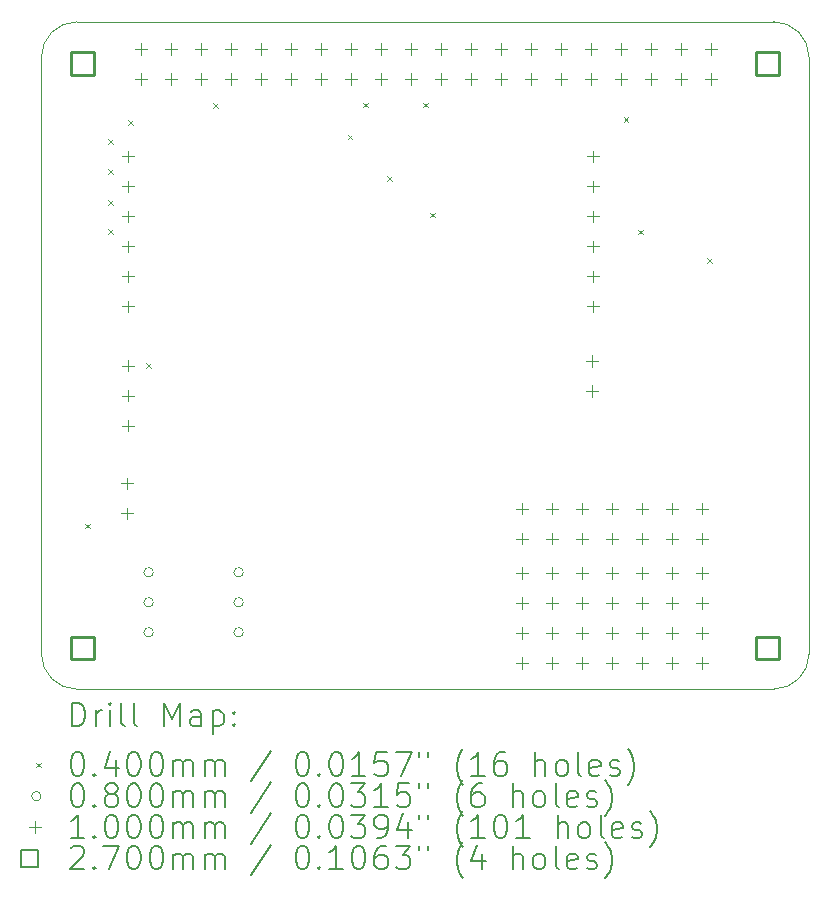
<source format=gbr>
%TF.GenerationSoftware,KiCad,Pcbnew,8.0.1*%
%TF.CreationDate,2025-07-27T10:09:20+02:00*%
%TF.ProjectId,SVXLink_PiHat_v2,5356584c-696e-46b5-9f50-694861745f76,rev?*%
%TF.SameCoordinates,Original*%
%TF.FileFunction,Drillmap*%
%TF.FilePolarity,Positive*%
%FSLAX45Y45*%
G04 Gerber Fmt 4.5, Leading zero omitted, Abs format (unit mm)*
G04 Created by KiCad (PCBNEW 8.0.1) date 2025-07-27 10:09:20*
%MOMM*%
%LPD*%
G01*
G04 APERTURE LIST*
%ADD10C,0.050000*%
%ADD11C,0.200000*%
%ADD12C,0.100000*%
%ADD13C,0.270000*%
G04 APERTURE END LIST*
D10*
X8100000Y-11200000D02*
X13900000Y-11200000D01*
X8100000Y-5550000D02*
X13900000Y-5550000D01*
X13900000Y-5550000D02*
G75*
G02*
X14200000Y-5850000I0J-300000D01*
G01*
X7700000Y-5850000D02*
G75*
G02*
X8000000Y-5550000I300000J0D01*
G01*
X7700000Y-7450000D02*
X7700000Y-5850000D01*
X7700000Y-10900000D02*
X7700000Y-7450000D01*
X14200000Y-10900000D02*
X14200000Y-5850000D01*
X8000000Y-11200000D02*
X8100000Y-11200000D01*
X8000000Y-5550000D02*
X8100000Y-5550000D01*
X8000000Y-11200000D02*
G75*
G02*
X7700000Y-10900000I0J300000D01*
G01*
X14200000Y-10900000D02*
G75*
G02*
X13900000Y-11200000I-300000J0D01*
G01*
D11*
D12*
X8071000Y-9800000D02*
X8111000Y-9840000D01*
X8111000Y-9800000D02*
X8071000Y-9840000D01*
X8265000Y-6545000D02*
X8305000Y-6585000D01*
X8305000Y-6545000D02*
X8265000Y-6585000D01*
X8265000Y-6800000D02*
X8305000Y-6840000D01*
X8305000Y-6800000D02*
X8265000Y-6840000D01*
X8265000Y-7060000D02*
X8305000Y-7100000D01*
X8305000Y-7060000D02*
X8265000Y-7100000D01*
X8265000Y-7305000D02*
X8305000Y-7345000D01*
X8305000Y-7305000D02*
X8265000Y-7345000D01*
X8433000Y-6383000D02*
X8473000Y-6423000D01*
X8473000Y-6383000D02*
X8433000Y-6423000D01*
X8585000Y-8440000D02*
X8625000Y-8480000D01*
X8625000Y-8440000D02*
X8585000Y-8480000D01*
X9156000Y-6236000D02*
X9196000Y-6276000D01*
X9196000Y-6236000D02*
X9156000Y-6276000D01*
X10294000Y-6505000D02*
X10334000Y-6545000D01*
X10334000Y-6505000D02*
X10294000Y-6545000D01*
X10425000Y-6235000D02*
X10465000Y-6275000D01*
X10465000Y-6235000D02*
X10425000Y-6275000D01*
X10630000Y-6855000D02*
X10670000Y-6895000D01*
X10670000Y-6855000D02*
X10630000Y-6895000D01*
X10930000Y-6235000D02*
X10970000Y-6275000D01*
X10970000Y-6235000D02*
X10930000Y-6275000D01*
X10990000Y-7165000D02*
X11030000Y-7205000D01*
X11030000Y-7165000D02*
X10990000Y-7205000D01*
X12630000Y-6355000D02*
X12670000Y-6395000D01*
X12670000Y-6355000D02*
X12630000Y-6395000D01*
X12755000Y-7310000D02*
X12795000Y-7350000D01*
X12795000Y-7310000D02*
X12755000Y-7350000D01*
X13335000Y-7550000D02*
X13375000Y-7590000D01*
X13375000Y-7550000D02*
X13335000Y-7590000D01*
X8648000Y-10211000D02*
G75*
G02*
X8568000Y-10211000I-40000J0D01*
G01*
X8568000Y-10211000D02*
G75*
G02*
X8648000Y-10211000I40000J0D01*
G01*
X8648000Y-10465000D02*
G75*
G02*
X8568000Y-10465000I-40000J0D01*
G01*
X8568000Y-10465000D02*
G75*
G02*
X8648000Y-10465000I40000J0D01*
G01*
X8648000Y-10719000D02*
G75*
G02*
X8568000Y-10719000I-40000J0D01*
G01*
X8568000Y-10719000D02*
G75*
G02*
X8648000Y-10719000I40000J0D01*
G01*
X9410000Y-10211000D02*
G75*
G02*
X9330000Y-10211000I-40000J0D01*
G01*
X9330000Y-10211000D02*
G75*
G02*
X9410000Y-10211000I40000J0D01*
G01*
X9410000Y-10465000D02*
G75*
G02*
X9330000Y-10465000I-40000J0D01*
G01*
X9330000Y-10465000D02*
G75*
G02*
X9410000Y-10465000I40000J0D01*
G01*
X9410000Y-10719000D02*
G75*
G02*
X9330000Y-10719000I-40000J0D01*
G01*
X9330000Y-10719000D02*
G75*
G02*
X9410000Y-10719000I40000J0D01*
G01*
X8427000Y-9409000D02*
X8427000Y-9509000D01*
X8377000Y-9459000D02*
X8477000Y-9459000D01*
X8427000Y-9663000D02*
X8427000Y-9763000D01*
X8377000Y-9713000D02*
X8477000Y-9713000D01*
X8430000Y-6640000D02*
X8430000Y-6740000D01*
X8380000Y-6690000D02*
X8480000Y-6690000D01*
X8430000Y-6894000D02*
X8430000Y-6994000D01*
X8380000Y-6944000D02*
X8480000Y-6944000D01*
X8430000Y-7148000D02*
X8430000Y-7248000D01*
X8380000Y-7198000D02*
X8480000Y-7198000D01*
X8430000Y-7402000D02*
X8430000Y-7502000D01*
X8380000Y-7452000D02*
X8480000Y-7452000D01*
X8430000Y-7656000D02*
X8430000Y-7756000D01*
X8380000Y-7706000D02*
X8480000Y-7706000D01*
X8430000Y-7910000D02*
X8430000Y-8010000D01*
X8380000Y-7960000D02*
X8480000Y-7960000D01*
X8430000Y-8410000D02*
X8430000Y-8510000D01*
X8380000Y-8460000D02*
X8480000Y-8460000D01*
X8430000Y-8664000D02*
X8430000Y-8764000D01*
X8380000Y-8714000D02*
X8480000Y-8714000D01*
X8430000Y-8918000D02*
X8430000Y-9018000D01*
X8380000Y-8968000D02*
X8480000Y-8968000D01*
X8540000Y-5731000D02*
X8540000Y-5831000D01*
X8490000Y-5781000D02*
X8590000Y-5781000D01*
X8540000Y-5985000D02*
X8540000Y-6085000D01*
X8490000Y-6035000D02*
X8590000Y-6035000D01*
X8794000Y-5731000D02*
X8794000Y-5831000D01*
X8744000Y-5781000D02*
X8844000Y-5781000D01*
X8794000Y-5985000D02*
X8794000Y-6085000D01*
X8744000Y-6035000D02*
X8844000Y-6035000D01*
X9048000Y-5731000D02*
X9048000Y-5831000D01*
X8998000Y-5781000D02*
X9098000Y-5781000D01*
X9048000Y-5985000D02*
X9048000Y-6085000D01*
X8998000Y-6035000D02*
X9098000Y-6035000D01*
X9302000Y-5731000D02*
X9302000Y-5831000D01*
X9252000Y-5781000D02*
X9352000Y-5781000D01*
X9302000Y-5985000D02*
X9302000Y-6085000D01*
X9252000Y-6035000D02*
X9352000Y-6035000D01*
X9556000Y-5731000D02*
X9556000Y-5831000D01*
X9506000Y-5781000D02*
X9606000Y-5781000D01*
X9556000Y-5985000D02*
X9556000Y-6085000D01*
X9506000Y-6035000D02*
X9606000Y-6035000D01*
X9810000Y-5731000D02*
X9810000Y-5831000D01*
X9760000Y-5781000D02*
X9860000Y-5781000D01*
X9810000Y-5985000D02*
X9810000Y-6085000D01*
X9760000Y-6035000D02*
X9860000Y-6035000D01*
X10064000Y-5731000D02*
X10064000Y-5831000D01*
X10014000Y-5781000D02*
X10114000Y-5781000D01*
X10064000Y-5985000D02*
X10064000Y-6085000D01*
X10014000Y-6035000D02*
X10114000Y-6035000D01*
X10318000Y-5731000D02*
X10318000Y-5831000D01*
X10268000Y-5781000D02*
X10368000Y-5781000D01*
X10318000Y-5985000D02*
X10318000Y-6085000D01*
X10268000Y-6035000D02*
X10368000Y-6035000D01*
X10572000Y-5731000D02*
X10572000Y-5831000D01*
X10522000Y-5781000D02*
X10622000Y-5781000D01*
X10572000Y-5985000D02*
X10572000Y-6085000D01*
X10522000Y-6035000D02*
X10622000Y-6035000D01*
X10826000Y-5731000D02*
X10826000Y-5831000D01*
X10776000Y-5781000D02*
X10876000Y-5781000D01*
X10826000Y-5985000D02*
X10826000Y-6085000D01*
X10776000Y-6035000D02*
X10876000Y-6035000D01*
X11080000Y-5731000D02*
X11080000Y-5831000D01*
X11030000Y-5781000D02*
X11130000Y-5781000D01*
X11080000Y-5985000D02*
X11080000Y-6085000D01*
X11030000Y-6035000D02*
X11130000Y-6035000D01*
X11334000Y-5731000D02*
X11334000Y-5831000D01*
X11284000Y-5781000D02*
X11384000Y-5781000D01*
X11334000Y-5985000D02*
X11334000Y-6085000D01*
X11284000Y-6035000D02*
X11384000Y-6035000D01*
X11588000Y-5731000D02*
X11588000Y-5831000D01*
X11538000Y-5781000D02*
X11638000Y-5781000D01*
X11588000Y-5985000D02*
X11588000Y-6085000D01*
X11538000Y-6035000D02*
X11638000Y-6035000D01*
X11766840Y-9621260D02*
X11766840Y-9721260D01*
X11716840Y-9671260D02*
X11816840Y-9671260D01*
X11766840Y-9875260D02*
X11766840Y-9975260D01*
X11716840Y-9925260D02*
X11816840Y-9925260D01*
X11766840Y-10167360D02*
X11766840Y-10267360D01*
X11716840Y-10217360D02*
X11816840Y-10217360D01*
X11766840Y-10421360D02*
X11766840Y-10521360D01*
X11716840Y-10471360D02*
X11816840Y-10471360D01*
X11766840Y-10675360D02*
X11766840Y-10775360D01*
X11716840Y-10725360D02*
X11816840Y-10725360D01*
X11766840Y-10929360D02*
X11766840Y-11029360D01*
X11716840Y-10979360D02*
X11816840Y-10979360D01*
X11842000Y-5731000D02*
X11842000Y-5831000D01*
X11792000Y-5781000D02*
X11892000Y-5781000D01*
X11842000Y-5985000D02*
X11842000Y-6085000D01*
X11792000Y-6035000D02*
X11892000Y-6035000D01*
X12020840Y-9621260D02*
X12020840Y-9721260D01*
X11970840Y-9671260D02*
X12070840Y-9671260D01*
X12020840Y-9875260D02*
X12020840Y-9975260D01*
X11970840Y-9925260D02*
X12070840Y-9925260D01*
X12020840Y-10167360D02*
X12020840Y-10267360D01*
X11970840Y-10217360D02*
X12070840Y-10217360D01*
X12020840Y-10421360D02*
X12020840Y-10521360D01*
X11970840Y-10471360D02*
X12070840Y-10471360D01*
X12020840Y-10675360D02*
X12020840Y-10775360D01*
X11970840Y-10725360D02*
X12070840Y-10725360D01*
X12020840Y-10929360D02*
X12020840Y-11029360D01*
X11970840Y-10979360D02*
X12070840Y-10979360D01*
X12096000Y-5731000D02*
X12096000Y-5831000D01*
X12046000Y-5781000D02*
X12146000Y-5781000D01*
X12096000Y-5985000D02*
X12096000Y-6085000D01*
X12046000Y-6035000D02*
X12146000Y-6035000D01*
X12274840Y-9621260D02*
X12274840Y-9721260D01*
X12224840Y-9671260D02*
X12324840Y-9671260D01*
X12274840Y-9875260D02*
X12274840Y-9975260D01*
X12224840Y-9925260D02*
X12324840Y-9925260D01*
X12274840Y-10167360D02*
X12274840Y-10267360D01*
X12224840Y-10217360D02*
X12324840Y-10217360D01*
X12274840Y-10421360D02*
X12274840Y-10521360D01*
X12224840Y-10471360D02*
X12324840Y-10471360D01*
X12274840Y-10675360D02*
X12274840Y-10775360D01*
X12224840Y-10725360D02*
X12324840Y-10725360D01*
X12274840Y-10929360D02*
X12274840Y-11029360D01*
X12224840Y-10979360D02*
X12324840Y-10979360D01*
X12350000Y-5731000D02*
X12350000Y-5831000D01*
X12300000Y-5781000D02*
X12400000Y-5781000D01*
X12350000Y-5985000D02*
X12350000Y-6085000D01*
X12300000Y-6035000D02*
X12400000Y-6035000D01*
X12365000Y-8371000D02*
X12365000Y-8471000D01*
X12315000Y-8421000D02*
X12415000Y-8421000D01*
X12365000Y-8625000D02*
X12365000Y-8725000D01*
X12315000Y-8675000D02*
X12415000Y-8675000D01*
X12370000Y-6640000D02*
X12370000Y-6740000D01*
X12320000Y-6690000D02*
X12420000Y-6690000D01*
X12370000Y-6894000D02*
X12370000Y-6994000D01*
X12320000Y-6944000D02*
X12420000Y-6944000D01*
X12370000Y-7148000D02*
X12370000Y-7248000D01*
X12320000Y-7198000D02*
X12420000Y-7198000D01*
X12370000Y-7402000D02*
X12370000Y-7502000D01*
X12320000Y-7452000D02*
X12420000Y-7452000D01*
X12370000Y-7656000D02*
X12370000Y-7756000D01*
X12320000Y-7706000D02*
X12420000Y-7706000D01*
X12370000Y-7910000D02*
X12370000Y-8010000D01*
X12320000Y-7960000D02*
X12420000Y-7960000D01*
X12528840Y-9621260D02*
X12528840Y-9721260D01*
X12478840Y-9671260D02*
X12578840Y-9671260D01*
X12528840Y-9875260D02*
X12528840Y-9975260D01*
X12478840Y-9925260D02*
X12578840Y-9925260D01*
X12528840Y-10167360D02*
X12528840Y-10267360D01*
X12478840Y-10217360D02*
X12578840Y-10217360D01*
X12528840Y-10421360D02*
X12528840Y-10521360D01*
X12478840Y-10471360D02*
X12578840Y-10471360D01*
X12528840Y-10675360D02*
X12528840Y-10775360D01*
X12478840Y-10725360D02*
X12578840Y-10725360D01*
X12528840Y-10929360D02*
X12528840Y-11029360D01*
X12478840Y-10979360D02*
X12578840Y-10979360D01*
X12604000Y-5731000D02*
X12604000Y-5831000D01*
X12554000Y-5781000D02*
X12654000Y-5781000D01*
X12604000Y-5985000D02*
X12604000Y-6085000D01*
X12554000Y-6035000D02*
X12654000Y-6035000D01*
X12782840Y-9621260D02*
X12782840Y-9721260D01*
X12732840Y-9671260D02*
X12832840Y-9671260D01*
X12782840Y-9875260D02*
X12782840Y-9975260D01*
X12732840Y-9925260D02*
X12832840Y-9925260D01*
X12782840Y-10167360D02*
X12782840Y-10267360D01*
X12732840Y-10217360D02*
X12832840Y-10217360D01*
X12782840Y-10421360D02*
X12782840Y-10521360D01*
X12732840Y-10471360D02*
X12832840Y-10471360D01*
X12782840Y-10675360D02*
X12782840Y-10775360D01*
X12732840Y-10725360D02*
X12832840Y-10725360D01*
X12782840Y-10929360D02*
X12782840Y-11029360D01*
X12732840Y-10979360D02*
X12832840Y-10979360D01*
X12858000Y-5731000D02*
X12858000Y-5831000D01*
X12808000Y-5781000D02*
X12908000Y-5781000D01*
X12858000Y-5985000D02*
X12858000Y-6085000D01*
X12808000Y-6035000D02*
X12908000Y-6035000D01*
X13036840Y-9621260D02*
X13036840Y-9721260D01*
X12986840Y-9671260D02*
X13086840Y-9671260D01*
X13036840Y-9875260D02*
X13036840Y-9975260D01*
X12986840Y-9925260D02*
X13086840Y-9925260D01*
X13036840Y-10167360D02*
X13036840Y-10267360D01*
X12986840Y-10217360D02*
X13086840Y-10217360D01*
X13036840Y-10421360D02*
X13036840Y-10521360D01*
X12986840Y-10471360D02*
X13086840Y-10471360D01*
X13036840Y-10675360D02*
X13036840Y-10775360D01*
X12986840Y-10725360D02*
X13086840Y-10725360D01*
X13036840Y-10929360D02*
X13036840Y-11029360D01*
X12986840Y-10979360D02*
X13086840Y-10979360D01*
X13112000Y-5731000D02*
X13112000Y-5831000D01*
X13062000Y-5781000D02*
X13162000Y-5781000D01*
X13112000Y-5985000D02*
X13112000Y-6085000D01*
X13062000Y-6035000D02*
X13162000Y-6035000D01*
X13290840Y-9621260D02*
X13290840Y-9721260D01*
X13240840Y-9671260D02*
X13340840Y-9671260D01*
X13290840Y-9875260D02*
X13290840Y-9975260D01*
X13240840Y-9925260D02*
X13340840Y-9925260D01*
X13290840Y-10167360D02*
X13290840Y-10267360D01*
X13240840Y-10217360D02*
X13340840Y-10217360D01*
X13290840Y-10421360D02*
X13290840Y-10521360D01*
X13240840Y-10471360D02*
X13340840Y-10471360D01*
X13290840Y-10675360D02*
X13290840Y-10775360D01*
X13240840Y-10725360D02*
X13340840Y-10725360D01*
X13290840Y-10929360D02*
X13290840Y-11029360D01*
X13240840Y-10979360D02*
X13340840Y-10979360D01*
X13366000Y-5731000D02*
X13366000Y-5831000D01*
X13316000Y-5781000D02*
X13416000Y-5781000D01*
X13366000Y-5985000D02*
X13366000Y-6085000D01*
X13316000Y-6035000D02*
X13416000Y-6035000D01*
D13*
X8145230Y-5996390D02*
X8145230Y-5805470D01*
X7954310Y-5805470D01*
X7954310Y-5996390D01*
X8145230Y-5996390D01*
X8145230Y-10946390D02*
X8145230Y-10755470D01*
X7954310Y-10755470D01*
X7954310Y-10946390D01*
X8145230Y-10946390D01*
X13945230Y-5996390D02*
X13945230Y-5805470D01*
X13754310Y-5805470D01*
X13754310Y-5996390D01*
X13945230Y-5996390D01*
X13945230Y-10946390D02*
X13945230Y-10755470D01*
X13754310Y-10755470D01*
X13754310Y-10946390D01*
X13945230Y-10946390D01*
D11*
X7958277Y-11513984D02*
X7958277Y-11313984D01*
X7958277Y-11313984D02*
X8005896Y-11313984D01*
X8005896Y-11313984D02*
X8034467Y-11323508D01*
X8034467Y-11323508D02*
X8053515Y-11342555D01*
X8053515Y-11342555D02*
X8063039Y-11361603D01*
X8063039Y-11361603D02*
X8072562Y-11399698D01*
X8072562Y-11399698D02*
X8072562Y-11428269D01*
X8072562Y-11428269D02*
X8063039Y-11466365D01*
X8063039Y-11466365D02*
X8053515Y-11485412D01*
X8053515Y-11485412D02*
X8034467Y-11504460D01*
X8034467Y-11504460D02*
X8005896Y-11513984D01*
X8005896Y-11513984D02*
X7958277Y-11513984D01*
X8158277Y-11513984D02*
X8158277Y-11380650D01*
X8158277Y-11418746D02*
X8167801Y-11399698D01*
X8167801Y-11399698D02*
X8177324Y-11390174D01*
X8177324Y-11390174D02*
X8196372Y-11380650D01*
X8196372Y-11380650D02*
X8215420Y-11380650D01*
X8282086Y-11513984D02*
X8282086Y-11380650D01*
X8282086Y-11313984D02*
X8272562Y-11323508D01*
X8272562Y-11323508D02*
X8282086Y-11333031D01*
X8282086Y-11333031D02*
X8291610Y-11323508D01*
X8291610Y-11323508D02*
X8282086Y-11313984D01*
X8282086Y-11313984D02*
X8282086Y-11333031D01*
X8405896Y-11513984D02*
X8386848Y-11504460D01*
X8386848Y-11504460D02*
X8377324Y-11485412D01*
X8377324Y-11485412D02*
X8377324Y-11313984D01*
X8510658Y-11513984D02*
X8491610Y-11504460D01*
X8491610Y-11504460D02*
X8482086Y-11485412D01*
X8482086Y-11485412D02*
X8482086Y-11313984D01*
X8739229Y-11513984D02*
X8739229Y-11313984D01*
X8739229Y-11313984D02*
X8805896Y-11456841D01*
X8805896Y-11456841D02*
X8872563Y-11313984D01*
X8872563Y-11313984D02*
X8872563Y-11513984D01*
X9053515Y-11513984D02*
X9053515Y-11409222D01*
X9053515Y-11409222D02*
X9043991Y-11390174D01*
X9043991Y-11390174D02*
X9024944Y-11380650D01*
X9024944Y-11380650D02*
X8986848Y-11380650D01*
X8986848Y-11380650D02*
X8967801Y-11390174D01*
X9053515Y-11504460D02*
X9034467Y-11513984D01*
X9034467Y-11513984D02*
X8986848Y-11513984D01*
X8986848Y-11513984D02*
X8967801Y-11504460D01*
X8967801Y-11504460D02*
X8958277Y-11485412D01*
X8958277Y-11485412D02*
X8958277Y-11466365D01*
X8958277Y-11466365D02*
X8967801Y-11447317D01*
X8967801Y-11447317D02*
X8986848Y-11437793D01*
X8986848Y-11437793D02*
X9034467Y-11437793D01*
X9034467Y-11437793D02*
X9053515Y-11428269D01*
X9148753Y-11380650D02*
X9148753Y-11580650D01*
X9148753Y-11390174D02*
X9167801Y-11380650D01*
X9167801Y-11380650D02*
X9205896Y-11380650D01*
X9205896Y-11380650D02*
X9224944Y-11390174D01*
X9224944Y-11390174D02*
X9234467Y-11399698D01*
X9234467Y-11399698D02*
X9243991Y-11418746D01*
X9243991Y-11418746D02*
X9243991Y-11475888D01*
X9243991Y-11475888D02*
X9234467Y-11494936D01*
X9234467Y-11494936D02*
X9224944Y-11504460D01*
X9224944Y-11504460D02*
X9205896Y-11513984D01*
X9205896Y-11513984D02*
X9167801Y-11513984D01*
X9167801Y-11513984D02*
X9148753Y-11504460D01*
X9329705Y-11494936D02*
X9339229Y-11504460D01*
X9339229Y-11504460D02*
X9329705Y-11513984D01*
X9329705Y-11513984D02*
X9320182Y-11504460D01*
X9320182Y-11504460D02*
X9329705Y-11494936D01*
X9329705Y-11494936D02*
X9329705Y-11513984D01*
X9329705Y-11390174D02*
X9339229Y-11399698D01*
X9339229Y-11399698D02*
X9329705Y-11409222D01*
X9329705Y-11409222D02*
X9320182Y-11399698D01*
X9320182Y-11399698D02*
X9329705Y-11390174D01*
X9329705Y-11390174D02*
X9329705Y-11409222D01*
D12*
X7657500Y-11822500D02*
X7697500Y-11862500D01*
X7697500Y-11822500D02*
X7657500Y-11862500D01*
D11*
X7996372Y-11733984D02*
X8015420Y-11733984D01*
X8015420Y-11733984D02*
X8034467Y-11743508D01*
X8034467Y-11743508D02*
X8043991Y-11753031D01*
X8043991Y-11753031D02*
X8053515Y-11772079D01*
X8053515Y-11772079D02*
X8063039Y-11810174D01*
X8063039Y-11810174D02*
X8063039Y-11857793D01*
X8063039Y-11857793D02*
X8053515Y-11895888D01*
X8053515Y-11895888D02*
X8043991Y-11914936D01*
X8043991Y-11914936D02*
X8034467Y-11924460D01*
X8034467Y-11924460D02*
X8015420Y-11933984D01*
X8015420Y-11933984D02*
X7996372Y-11933984D01*
X7996372Y-11933984D02*
X7977324Y-11924460D01*
X7977324Y-11924460D02*
X7967801Y-11914936D01*
X7967801Y-11914936D02*
X7958277Y-11895888D01*
X7958277Y-11895888D02*
X7948753Y-11857793D01*
X7948753Y-11857793D02*
X7948753Y-11810174D01*
X7948753Y-11810174D02*
X7958277Y-11772079D01*
X7958277Y-11772079D02*
X7967801Y-11753031D01*
X7967801Y-11753031D02*
X7977324Y-11743508D01*
X7977324Y-11743508D02*
X7996372Y-11733984D01*
X8148753Y-11914936D02*
X8158277Y-11924460D01*
X8158277Y-11924460D02*
X8148753Y-11933984D01*
X8148753Y-11933984D02*
X8139229Y-11924460D01*
X8139229Y-11924460D02*
X8148753Y-11914936D01*
X8148753Y-11914936D02*
X8148753Y-11933984D01*
X8329705Y-11800650D02*
X8329705Y-11933984D01*
X8282086Y-11724460D02*
X8234467Y-11867317D01*
X8234467Y-11867317D02*
X8358277Y-11867317D01*
X8472563Y-11733984D02*
X8491610Y-11733984D01*
X8491610Y-11733984D02*
X8510658Y-11743508D01*
X8510658Y-11743508D02*
X8520182Y-11753031D01*
X8520182Y-11753031D02*
X8529705Y-11772079D01*
X8529705Y-11772079D02*
X8539229Y-11810174D01*
X8539229Y-11810174D02*
X8539229Y-11857793D01*
X8539229Y-11857793D02*
X8529705Y-11895888D01*
X8529705Y-11895888D02*
X8520182Y-11914936D01*
X8520182Y-11914936D02*
X8510658Y-11924460D01*
X8510658Y-11924460D02*
X8491610Y-11933984D01*
X8491610Y-11933984D02*
X8472563Y-11933984D01*
X8472563Y-11933984D02*
X8453515Y-11924460D01*
X8453515Y-11924460D02*
X8443991Y-11914936D01*
X8443991Y-11914936D02*
X8434467Y-11895888D01*
X8434467Y-11895888D02*
X8424944Y-11857793D01*
X8424944Y-11857793D02*
X8424944Y-11810174D01*
X8424944Y-11810174D02*
X8434467Y-11772079D01*
X8434467Y-11772079D02*
X8443991Y-11753031D01*
X8443991Y-11753031D02*
X8453515Y-11743508D01*
X8453515Y-11743508D02*
X8472563Y-11733984D01*
X8663039Y-11733984D02*
X8682086Y-11733984D01*
X8682086Y-11733984D02*
X8701134Y-11743508D01*
X8701134Y-11743508D02*
X8710658Y-11753031D01*
X8710658Y-11753031D02*
X8720182Y-11772079D01*
X8720182Y-11772079D02*
X8729705Y-11810174D01*
X8729705Y-11810174D02*
X8729705Y-11857793D01*
X8729705Y-11857793D02*
X8720182Y-11895888D01*
X8720182Y-11895888D02*
X8710658Y-11914936D01*
X8710658Y-11914936D02*
X8701134Y-11924460D01*
X8701134Y-11924460D02*
X8682086Y-11933984D01*
X8682086Y-11933984D02*
X8663039Y-11933984D01*
X8663039Y-11933984D02*
X8643991Y-11924460D01*
X8643991Y-11924460D02*
X8634467Y-11914936D01*
X8634467Y-11914936D02*
X8624944Y-11895888D01*
X8624944Y-11895888D02*
X8615420Y-11857793D01*
X8615420Y-11857793D02*
X8615420Y-11810174D01*
X8615420Y-11810174D02*
X8624944Y-11772079D01*
X8624944Y-11772079D02*
X8634467Y-11753031D01*
X8634467Y-11753031D02*
X8643991Y-11743508D01*
X8643991Y-11743508D02*
X8663039Y-11733984D01*
X8815420Y-11933984D02*
X8815420Y-11800650D01*
X8815420Y-11819698D02*
X8824944Y-11810174D01*
X8824944Y-11810174D02*
X8843991Y-11800650D01*
X8843991Y-11800650D02*
X8872563Y-11800650D01*
X8872563Y-11800650D02*
X8891610Y-11810174D01*
X8891610Y-11810174D02*
X8901134Y-11829222D01*
X8901134Y-11829222D02*
X8901134Y-11933984D01*
X8901134Y-11829222D02*
X8910658Y-11810174D01*
X8910658Y-11810174D02*
X8929705Y-11800650D01*
X8929705Y-11800650D02*
X8958277Y-11800650D01*
X8958277Y-11800650D02*
X8977325Y-11810174D01*
X8977325Y-11810174D02*
X8986848Y-11829222D01*
X8986848Y-11829222D02*
X8986848Y-11933984D01*
X9082086Y-11933984D02*
X9082086Y-11800650D01*
X9082086Y-11819698D02*
X9091610Y-11810174D01*
X9091610Y-11810174D02*
X9110658Y-11800650D01*
X9110658Y-11800650D02*
X9139229Y-11800650D01*
X9139229Y-11800650D02*
X9158277Y-11810174D01*
X9158277Y-11810174D02*
X9167801Y-11829222D01*
X9167801Y-11829222D02*
X9167801Y-11933984D01*
X9167801Y-11829222D02*
X9177325Y-11810174D01*
X9177325Y-11810174D02*
X9196372Y-11800650D01*
X9196372Y-11800650D02*
X9224944Y-11800650D01*
X9224944Y-11800650D02*
X9243991Y-11810174D01*
X9243991Y-11810174D02*
X9253515Y-11829222D01*
X9253515Y-11829222D02*
X9253515Y-11933984D01*
X9643991Y-11724460D02*
X9472563Y-11981603D01*
X9901134Y-11733984D02*
X9920182Y-11733984D01*
X9920182Y-11733984D02*
X9939229Y-11743508D01*
X9939229Y-11743508D02*
X9948753Y-11753031D01*
X9948753Y-11753031D02*
X9958277Y-11772079D01*
X9958277Y-11772079D02*
X9967801Y-11810174D01*
X9967801Y-11810174D02*
X9967801Y-11857793D01*
X9967801Y-11857793D02*
X9958277Y-11895888D01*
X9958277Y-11895888D02*
X9948753Y-11914936D01*
X9948753Y-11914936D02*
X9939229Y-11924460D01*
X9939229Y-11924460D02*
X9920182Y-11933984D01*
X9920182Y-11933984D02*
X9901134Y-11933984D01*
X9901134Y-11933984D02*
X9882087Y-11924460D01*
X9882087Y-11924460D02*
X9872563Y-11914936D01*
X9872563Y-11914936D02*
X9863039Y-11895888D01*
X9863039Y-11895888D02*
X9853515Y-11857793D01*
X9853515Y-11857793D02*
X9853515Y-11810174D01*
X9853515Y-11810174D02*
X9863039Y-11772079D01*
X9863039Y-11772079D02*
X9872563Y-11753031D01*
X9872563Y-11753031D02*
X9882087Y-11743508D01*
X9882087Y-11743508D02*
X9901134Y-11733984D01*
X10053515Y-11914936D02*
X10063039Y-11924460D01*
X10063039Y-11924460D02*
X10053515Y-11933984D01*
X10053515Y-11933984D02*
X10043991Y-11924460D01*
X10043991Y-11924460D02*
X10053515Y-11914936D01*
X10053515Y-11914936D02*
X10053515Y-11933984D01*
X10186848Y-11733984D02*
X10205896Y-11733984D01*
X10205896Y-11733984D02*
X10224944Y-11743508D01*
X10224944Y-11743508D02*
X10234468Y-11753031D01*
X10234468Y-11753031D02*
X10243991Y-11772079D01*
X10243991Y-11772079D02*
X10253515Y-11810174D01*
X10253515Y-11810174D02*
X10253515Y-11857793D01*
X10253515Y-11857793D02*
X10243991Y-11895888D01*
X10243991Y-11895888D02*
X10234468Y-11914936D01*
X10234468Y-11914936D02*
X10224944Y-11924460D01*
X10224944Y-11924460D02*
X10205896Y-11933984D01*
X10205896Y-11933984D02*
X10186848Y-11933984D01*
X10186848Y-11933984D02*
X10167801Y-11924460D01*
X10167801Y-11924460D02*
X10158277Y-11914936D01*
X10158277Y-11914936D02*
X10148753Y-11895888D01*
X10148753Y-11895888D02*
X10139229Y-11857793D01*
X10139229Y-11857793D02*
X10139229Y-11810174D01*
X10139229Y-11810174D02*
X10148753Y-11772079D01*
X10148753Y-11772079D02*
X10158277Y-11753031D01*
X10158277Y-11753031D02*
X10167801Y-11743508D01*
X10167801Y-11743508D02*
X10186848Y-11733984D01*
X10443991Y-11933984D02*
X10329706Y-11933984D01*
X10386848Y-11933984D02*
X10386848Y-11733984D01*
X10386848Y-11733984D02*
X10367801Y-11762555D01*
X10367801Y-11762555D02*
X10348753Y-11781603D01*
X10348753Y-11781603D02*
X10329706Y-11791127D01*
X10624944Y-11733984D02*
X10529706Y-11733984D01*
X10529706Y-11733984D02*
X10520182Y-11829222D01*
X10520182Y-11829222D02*
X10529706Y-11819698D01*
X10529706Y-11819698D02*
X10548753Y-11810174D01*
X10548753Y-11810174D02*
X10596372Y-11810174D01*
X10596372Y-11810174D02*
X10615420Y-11819698D01*
X10615420Y-11819698D02*
X10624944Y-11829222D01*
X10624944Y-11829222D02*
X10634468Y-11848269D01*
X10634468Y-11848269D02*
X10634468Y-11895888D01*
X10634468Y-11895888D02*
X10624944Y-11914936D01*
X10624944Y-11914936D02*
X10615420Y-11924460D01*
X10615420Y-11924460D02*
X10596372Y-11933984D01*
X10596372Y-11933984D02*
X10548753Y-11933984D01*
X10548753Y-11933984D02*
X10529706Y-11924460D01*
X10529706Y-11924460D02*
X10520182Y-11914936D01*
X10701134Y-11733984D02*
X10834468Y-11733984D01*
X10834468Y-11733984D02*
X10748753Y-11933984D01*
X10901134Y-11733984D02*
X10901134Y-11772079D01*
X10977325Y-11733984D02*
X10977325Y-11772079D01*
X11272563Y-12010174D02*
X11263039Y-12000650D01*
X11263039Y-12000650D02*
X11243991Y-11972079D01*
X11243991Y-11972079D02*
X11234468Y-11953031D01*
X11234468Y-11953031D02*
X11224944Y-11924460D01*
X11224944Y-11924460D02*
X11215420Y-11876841D01*
X11215420Y-11876841D02*
X11215420Y-11838746D01*
X11215420Y-11838746D02*
X11224944Y-11791127D01*
X11224944Y-11791127D02*
X11234468Y-11762555D01*
X11234468Y-11762555D02*
X11243991Y-11743508D01*
X11243991Y-11743508D02*
X11263039Y-11714936D01*
X11263039Y-11714936D02*
X11272563Y-11705412D01*
X11453515Y-11933984D02*
X11339229Y-11933984D01*
X11396372Y-11933984D02*
X11396372Y-11733984D01*
X11396372Y-11733984D02*
X11377325Y-11762555D01*
X11377325Y-11762555D02*
X11358277Y-11781603D01*
X11358277Y-11781603D02*
X11339229Y-11791127D01*
X11624944Y-11733984D02*
X11586848Y-11733984D01*
X11586848Y-11733984D02*
X11567801Y-11743508D01*
X11567801Y-11743508D02*
X11558277Y-11753031D01*
X11558277Y-11753031D02*
X11539229Y-11781603D01*
X11539229Y-11781603D02*
X11529706Y-11819698D01*
X11529706Y-11819698D02*
X11529706Y-11895888D01*
X11529706Y-11895888D02*
X11539229Y-11914936D01*
X11539229Y-11914936D02*
X11548753Y-11924460D01*
X11548753Y-11924460D02*
X11567801Y-11933984D01*
X11567801Y-11933984D02*
X11605896Y-11933984D01*
X11605896Y-11933984D02*
X11624944Y-11924460D01*
X11624944Y-11924460D02*
X11634468Y-11914936D01*
X11634468Y-11914936D02*
X11643991Y-11895888D01*
X11643991Y-11895888D02*
X11643991Y-11848269D01*
X11643991Y-11848269D02*
X11634468Y-11829222D01*
X11634468Y-11829222D02*
X11624944Y-11819698D01*
X11624944Y-11819698D02*
X11605896Y-11810174D01*
X11605896Y-11810174D02*
X11567801Y-11810174D01*
X11567801Y-11810174D02*
X11548753Y-11819698D01*
X11548753Y-11819698D02*
X11539229Y-11829222D01*
X11539229Y-11829222D02*
X11529706Y-11848269D01*
X11882087Y-11933984D02*
X11882087Y-11733984D01*
X11967801Y-11933984D02*
X11967801Y-11829222D01*
X11967801Y-11829222D02*
X11958277Y-11810174D01*
X11958277Y-11810174D02*
X11939230Y-11800650D01*
X11939230Y-11800650D02*
X11910658Y-11800650D01*
X11910658Y-11800650D02*
X11891610Y-11810174D01*
X11891610Y-11810174D02*
X11882087Y-11819698D01*
X12091610Y-11933984D02*
X12072563Y-11924460D01*
X12072563Y-11924460D02*
X12063039Y-11914936D01*
X12063039Y-11914936D02*
X12053515Y-11895888D01*
X12053515Y-11895888D02*
X12053515Y-11838746D01*
X12053515Y-11838746D02*
X12063039Y-11819698D01*
X12063039Y-11819698D02*
X12072563Y-11810174D01*
X12072563Y-11810174D02*
X12091610Y-11800650D01*
X12091610Y-11800650D02*
X12120182Y-11800650D01*
X12120182Y-11800650D02*
X12139230Y-11810174D01*
X12139230Y-11810174D02*
X12148753Y-11819698D01*
X12148753Y-11819698D02*
X12158277Y-11838746D01*
X12158277Y-11838746D02*
X12158277Y-11895888D01*
X12158277Y-11895888D02*
X12148753Y-11914936D01*
X12148753Y-11914936D02*
X12139230Y-11924460D01*
X12139230Y-11924460D02*
X12120182Y-11933984D01*
X12120182Y-11933984D02*
X12091610Y-11933984D01*
X12272563Y-11933984D02*
X12253515Y-11924460D01*
X12253515Y-11924460D02*
X12243991Y-11905412D01*
X12243991Y-11905412D02*
X12243991Y-11733984D01*
X12424944Y-11924460D02*
X12405896Y-11933984D01*
X12405896Y-11933984D02*
X12367801Y-11933984D01*
X12367801Y-11933984D02*
X12348753Y-11924460D01*
X12348753Y-11924460D02*
X12339230Y-11905412D01*
X12339230Y-11905412D02*
X12339230Y-11829222D01*
X12339230Y-11829222D02*
X12348753Y-11810174D01*
X12348753Y-11810174D02*
X12367801Y-11800650D01*
X12367801Y-11800650D02*
X12405896Y-11800650D01*
X12405896Y-11800650D02*
X12424944Y-11810174D01*
X12424944Y-11810174D02*
X12434468Y-11829222D01*
X12434468Y-11829222D02*
X12434468Y-11848269D01*
X12434468Y-11848269D02*
X12339230Y-11867317D01*
X12510658Y-11924460D02*
X12529706Y-11933984D01*
X12529706Y-11933984D02*
X12567801Y-11933984D01*
X12567801Y-11933984D02*
X12586849Y-11924460D01*
X12586849Y-11924460D02*
X12596372Y-11905412D01*
X12596372Y-11905412D02*
X12596372Y-11895888D01*
X12596372Y-11895888D02*
X12586849Y-11876841D01*
X12586849Y-11876841D02*
X12567801Y-11867317D01*
X12567801Y-11867317D02*
X12539230Y-11867317D01*
X12539230Y-11867317D02*
X12520182Y-11857793D01*
X12520182Y-11857793D02*
X12510658Y-11838746D01*
X12510658Y-11838746D02*
X12510658Y-11829222D01*
X12510658Y-11829222D02*
X12520182Y-11810174D01*
X12520182Y-11810174D02*
X12539230Y-11800650D01*
X12539230Y-11800650D02*
X12567801Y-11800650D01*
X12567801Y-11800650D02*
X12586849Y-11810174D01*
X12663039Y-12010174D02*
X12672563Y-12000650D01*
X12672563Y-12000650D02*
X12691611Y-11972079D01*
X12691611Y-11972079D02*
X12701134Y-11953031D01*
X12701134Y-11953031D02*
X12710658Y-11924460D01*
X12710658Y-11924460D02*
X12720182Y-11876841D01*
X12720182Y-11876841D02*
X12720182Y-11838746D01*
X12720182Y-11838746D02*
X12710658Y-11791127D01*
X12710658Y-11791127D02*
X12701134Y-11762555D01*
X12701134Y-11762555D02*
X12691611Y-11743508D01*
X12691611Y-11743508D02*
X12672563Y-11714936D01*
X12672563Y-11714936D02*
X12663039Y-11705412D01*
D12*
X7697500Y-12106500D02*
G75*
G02*
X7617500Y-12106500I-40000J0D01*
G01*
X7617500Y-12106500D02*
G75*
G02*
X7697500Y-12106500I40000J0D01*
G01*
D11*
X7996372Y-11997984D02*
X8015420Y-11997984D01*
X8015420Y-11997984D02*
X8034467Y-12007508D01*
X8034467Y-12007508D02*
X8043991Y-12017031D01*
X8043991Y-12017031D02*
X8053515Y-12036079D01*
X8053515Y-12036079D02*
X8063039Y-12074174D01*
X8063039Y-12074174D02*
X8063039Y-12121793D01*
X8063039Y-12121793D02*
X8053515Y-12159888D01*
X8053515Y-12159888D02*
X8043991Y-12178936D01*
X8043991Y-12178936D02*
X8034467Y-12188460D01*
X8034467Y-12188460D02*
X8015420Y-12197984D01*
X8015420Y-12197984D02*
X7996372Y-12197984D01*
X7996372Y-12197984D02*
X7977324Y-12188460D01*
X7977324Y-12188460D02*
X7967801Y-12178936D01*
X7967801Y-12178936D02*
X7958277Y-12159888D01*
X7958277Y-12159888D02*
X7948753Y-12121793D01*
X7948753Y-12121793D02*
X7948753Y-12074174D01*
X7948753Y-12074174D02*
X7958277Y-12036079D01*
X7958277Y-12036079D02*
X7967801Y-12017031D01*
X7967801Y-12017031D02*
X7977324Y-12007508D01*
X7977324Y-12007508D02*
X7996372Y-11997984D01*
X8148753Y-12178936D02*
X8158277Y-12188460D01*
X8158277Y-12188460D02*
X8148753Y-12197984D01*
X8148753Y-12197984D02*
X8139229Y-12188460D01*
X8139229Y-12188460D02*
X8148753Y-12178936D01*
X8148753Y-12178936D02*
X8148753Y-12197984D01*
X8272562Y-12083698D02*
X8253515Y-12074174D01*
X8253515Y-12074174D02*
X8243991Y-12064650D01*
X8243991Y-12064650D02*
X8234467Y-12045603D01*
X8234467Y-12045603D02*
X8234467Y-12036079D01*
X8234467Y-12036079D02*
X8243991Y-12017031D01*
X8243991Y-12017031D02*
X8253515Y-12007508D01*
X8253515Y-12007508D02*
X8272562Y-11997984D01*
X8272562Y-11997984D02*
X8310658Y-11997984D01*
X8310658Y-11997984D02*
X8329705Y-12007508D01*
X8329705Y-12007508D02*
X8339229Y-12017031D01*
X8339229Y-12017031D02*
X8348753Y-12036079D01*
X8348753Y-12036079D02*
X8348753Y-12045603D01*
X8348753Y-12045603D02*
X8339229Y-12064650D01*
X8339229Y-12064650D02*
X8329705Y-12074174D01*
X8329705Y-12074174D02*
X8310658Y-12083698D01*
X8310658Y-12083698D02*
X8272562Y-12083698D01*
X8272562Y-12083698D02*
X8253515Y-12093222D01*
X8253515Y-12093222D02*
X8243991Y-12102746D01*
X8243991Y-12102746D02*
X8234467Y-12121793D01*
X8234467Y-12121793D02*
X8234467Y-12159888D01*
X8234467Y-12159888D02*
X8243991Y-12178936D01*
X8243991Y-12178936D02*
X8253515Y-12188460D01*
X8253515Y-12188460D02*
X8272562Y-12197984D01*
X8272562Y-12197984D02*
X8310658Y-12197984D01*
X8310658Y-12197984D02*
X8329705Y-12188460D01*
X8329705Y-12188460D02*
X8339229Y-12178936D01*
X8339229Y-12178936D02*
X8348753Y-12159888D01*
X8348753Y-12159888D02*
X8348753Y-12121793D01*
X8348753Y-12121793D02*
X8339229Y-12102746D01*
X8339229Y-12102746D02*
X8329705Y-12093222D01*
X8329705Y-12093222D02*
X8310658Y-12083698D01*
X8472563Y-11997984D02*
X8491610Y-11997984D01*
X8491610Y-11997984D02*
X8510658Y-12007508D01*
X8510658Y-12007508D02*
X8520182Y-12017031D01*
X8520182Y-12017031D02*
X8529705Y-12036079D01*
X8529705Y-12036079D02*
X8539229Y-12074174D01*
X8539229Y-12074174D02*
X8539229Y-12121793D01*
X8539229Y-12121793D02*
X8529705Y-12159888D01*
X8529705Y-12159888D02*
X8520182Y-12178936D01*
X8520182Y-12178936D02*
X8510658Y-12188460D01*
X8510658Y-12188460D02*
X8491610Y-12197984D01*
X8491610Y-12197984D02*
X8472563Y-12197984D01*
X8472563Y-12197984D02*
X8453515Y-12188460D01*
X8453515Y-12188460D02*
X8443991Y-12178936D01*
X8443991Y-12178936D02*
X8434467Y-12159888D01*
X8434467Y-12159888D02*
X8424944Y-12121793D01*
X8424944Y-12121793D02*
X8424944Y-12074174D01*
X8424944Y-12074174D02*
X8434467Y-12036079D01*
X8434467Y-12036079D02*
X8443991Y-12017031D01*
X8443991Y-12017031D02*
X8453515Y-12007508D01*
X8453515Y-12007508D02*
X8472563Y-11997984D01*
X8663039Y-11997984D02*
X8682086Y-11997984D01*
X8682086Y-11997984D02*
X8701134Y-12007508D01*
X8701134Y-12007508D02*
X8710658Y-12017031D01*
X8710658Y-12017031D02*
X8720182Y-12036079D01*
X8720182Y-12036079D02*
X8729705Y-12074174D01*
X8729705Y-12074174D02*
X8729705Y-12121793D01*
X8729705Y-12121793D02*
X8720182Y-12159888D01*
X8720182Y-12159888D02*
X8710658Y-12178936D01*
X8710658Y-12178936D02*
X8701134Y-12188460D01*
X8701134Y-12188460D02*
X8682086Y-12197984D01*
X8682086Y-12197984D02*
X8663039Y-12197984D01*
X8663039Y-12197984D02*
X8643991Y-12188460D01*
X8643991Y-12188460D02*
X8634467Y-12178936D01*
X8634467Y-12178936D02*
X8624944Y-12159888D01*
X8624944Y-12159888D02*
X8615420Y-12121793D01*
X8615420Y-12121793D02*
X8615420Y-12074174D01*
X8615420Y-12074174D02*
X8624944Y-12036079D01*
X8624944Y-12036079D02*
X8634467Y-12017031D01*
X8634467Y-12017031D02*
X8643991Y-12007508D01*
X8643991Y-12007508D02*
X8663039Y-11997984D01*
X8815420Y-12197984D02*
X8815420Y-12064650D01*
X8815420Y-12083698D02*
X8824944Y-12074174D01*
X8824944Y-12074174D02*
X8843991Y-12064650D01*
X8843991Y-12064650D02*
X8872563Y-12064650D01*
X8872563Y-12064650D02*
X8891610Y-12074174D01*
X8891610Y-12074174D02*
X8901134Y-12093222D01*
X8901134Y-12093222D02*
X8901134Y-12197984D01*
X8901134Y-12093222D02*
X8910658Y-12074174D01*
X8910658Y-12074174D02*
X8929705Y-12064650D01*
X8929705Y-12064650D02*
X8958277Y-12064650D01*
X8958277Y-12064650D02*
X8977325Y-12074174D01*
X8977325Y-12074174D02*
X8986848Y-12093222D01*
X8986848Y-12093222D02*
X8986848Y-12197984D01*
X9082086Y-12197984D02*
X9082086Y-12064650D01*
X9082086Y-12083698D02*
X9091610Y-12074174D01*
X9091610Y-12074174D02*
X9110658Y-12064650D01*
X9110658Y-12064650D02*
X9139229Y-12064650D01*
X9139229Y-12064650D02*
X9158277Y-12074174D01*
X9158277Y-12074174D02*
X9167801Y-12093222D01*
X9167801Y-12093222D02*
X9167801Y-12197984D01*
X9167801Y-12093222D02*
X9177325Y-12074174D01*
X9177325Y-12074174D02*
X9196372Y-12064650D01*
X9196372Y-12064650D02*
X9224944Y-12064650D01*
X9224944Y-12064650D02*
X9243991Y-12074174D01*
X9243991Y-12074174D02*
X9253515Y-12093222D01*
X9253515Y-12093222D02*
X9253515Y-12197984D01*
X9643991Y-11988460D02*
X9472563Y-12245603D01*
X9901134Y-11997984D02*
X9920182Y-11997984D01*
X9920182Y-11997984D02*
X9939229Y-12007508D01*
X9939229Y-12007508D02*
X9948753Y-12017031D01*
X9948753Y-12017031D02*
X9958277Y-12036079D01*
X9958277Y-12036079D02*
X9967801Y-12074174D01*
X9967801Y-12074174D02*
X9967801Y-12121793D01*
X9967801Y-12121793D02*
X9958277Y-12159888D01*
X9958277Y-12159888D02*
X9948753Y-12178936D01*
X9948753Y-12178936D02*
X9939229Y-12188460D01*
X9939229Y-12188460D02*
X9920182Y-12197984D01*
X9920182Y-12197984D02*
X9901134Y-12197984D01*
X9901134Y-12197984D02*
X9882087Y-12188460D01*
X9882087Y-12188460D02*
X9872563Y-12178936D01*
X9872563Y-12178936D02*
X9863039Y-12159888D01*
X9863039Y-12159888D02*
X9853515Y-12121793D01*
X9853515Y-12121793D02*
X9853515Y-12074174D01*
X9853515Y-12074174D02*
X9863039Y-12036079D01*
X9863039Y-12036079D02*
X9872563Y-12017031D01*
X9872563Y-12017031D02*
X9882087Y-12007508D01*
X9882087Y-12007508D02*
X9901134Y-11997984D01*
X10053515Y-12178936D02*
X10063039Y-12188460D01*
X10063039Y-12188460D02*
X10053515Y-12197984D01*
X10053515Y-12197984D02*
X10043991Y-12188460D01*
X10043991Y-12188460D02*
X10053515Y-12178936D01*
X10053515Y-12178936D02*
X10053515Y-12197984D01*
X10186848Y-11997984D02*
X10205896Y-11997984D01*
X10205896Y-11997984D02*
X10224944Y-12007508D01*
X10224944Y-12007508D02*
X10234468Y-12017031D01*
X10234468Y-12017031D02*
X10243991Y-12036079D01*
X10243991Y-12036079D02*
X10253515Y-12074174D01*
X10253515Y-12074174D02*
X10253515Y-12121793D01*
X10253515Y-12121793D02*
X10243991Y-12159888D01*
X10243991Y-12159888D02*
X10234468Y-12178936D01*
X10234468Y-12178936D02*
X10224944Y-12188460D01*
X10224944Y-12188460D02*
X10205896Y-12197984D01*
X10205896Y-12197984D02*
X10186848Y-12197984D01*
X10186848Y-12197984D02*
X10167801Y-12188460D01*
X10167801Y-12188460D02*
X10158277Y-12178936D01*
X10158277Y-12178936D02*
X10148753Y-12159888D01*
X10148753Y-12159888D02*
X10139229Y-12121793D01*
X10139229Y-12121793D02*
X10139229Y-12074174D01*
X10139229Y-12074174D02*
X10148753Y-12036079D01*
X10148753Y-12036079D02*
X10158277Y-12017031D01*
X10158277Y-12017031D02*
X10167801Y-12007508D01*
X10167801Y-12007508D02*
X10186848Y-11997984D01*
X10320182Y-11997984D02*
X10443991Y-11997984D01*
X10443991Y-11997984D02*
X10377325Y-12074174D01*
X10377325Y-12074174D02*
X10405896Y-12074174D01*
X10405896Y-12074174D02*
X10424944Y-12083698D01*
X10424944Y-12083698D02*
X10434468Y-12093222D01*
X10434468Y-12093222D02*
X10443991Y-12112269D01*
X10443991Y-12112269D02*
X10443991Y-12159888D01*
X10443991Y-12159888D02*
X10434468Y-12178936D01*
X10434468Y-12178936D02*
X10424944Y-12188460D01*
X10424944Y-12188460D02*
X10405896Y-12197984D01*
X10405896Y-12197984D02*
X10348753Y-12197984D01*
X10348753Y-12197984D02*
X10329706Y-12188460D01*
X10329706Y-12188460D02*
X10320182Y-12178936D01*
X10634468Y-12197984D02*
X10520182Y-12197984D01*
X10577325Y-12197984D02*
X10577325Y-11997984D01*
X10577325Y-11997984D02*
X10558277Y-12026555D01*
X10558277Y-12026555D02*
X10539229Y-12045603D01*
X10539229Y-12045603D02*
X10520182Y-12055127D01*
X10815420Y-11997984D02*
X10720182Y-11997984D01*
X10720182Y-11997984D02*
X10710658Y-12093222D01*
X10710658Y-12093222D02*
X10720182Y-12083698D01*
X10720182Y-12083698D02*
X10739229Y-12074174D01*
X10739229Y-12074174D02*
X10786849Y-12074174D01*
X10786849Y-12074174D02*
X10805896Y-12083698D01*
X10805896Y-12083698D02*
X10815420Y-12093222D01*
X10815420Y-12093222D02*
X10824944Y-12112269D01*
X10824944Y-12112269D02*
X10824944Y-12159888D01*
X10824944Y-12159888D02*
X10815420Y-12178936D01*
X10815420Y-12178936D02*
X10805896Y-12188460D01*
X10805896Y-12188460D02*
X10786849Y-12197984D01*
X10786849Y-12197984D02*
X10739229Y-12197984D01*
X10739229Y-12197984D02*
X10720182Y-12188460D01*
X10720182Y-12188460D02*
X10710658Y-12178936D01*
X10901134Y-11997984D02*
X10901134Y-12036079D01*
X10977325Y-11997984D02*
X10977325Y-12036079D01*
X11272563Y-12274174D02*
X11263039Y-12264650D01*
X11263039Y-12264650D02*
X11243991Y-12236079D01*
X11243991Y-12236079D02*
X11234468Y-12217031D01*
X11234468Y-12217031D02*
X11224944Y-12188460D01*
X11224944Y-12188460D02*
X11215420Y-12140841D01*
X11215420Y-12140841D02*
X11215420Y-12102746D01*
X11215420Y-12102746D02*
X11224944Y-12055127D01*
X11224944Y-12055127D02*
X11234468Y-12026555D01*
X11234468Y-12026555D02*
X11243991Y-12007508D01*
X11243991Y-12007508D02*
X11263039Y-11978936D01*
X11263039Y-11978936D02*
X11272563Y-11969412D01*
X11434468Y-11997984D02*
X11396372Y-11997984D01*
X11396372Y-11997984D02*
X11377325Y-12007508D01*
X11377325Y-12007508D02*
X11367801Y-12017031D01*
X11367801Y-12017031D02*
X11348753Y-12045603D01*
X11348753Y-12045603D02*
X11339229Y-12083698D01*
X11339229Y-12083698D02*
X11339229Y-12159888D01*
X11339229Y-12159888D02*
X11348753Y-12178936D01*
X11348753Y-12178936D02*
X11358277Y-12188460D01*
X11358277Y-12188460D02*
X11377325Y-12197984D01*
X11377325Y-12197984D02*
X11415420Y-12197984D01*
X11415420Y-12197984D02*
X11434468Y-12188460D01*
X11434468Y-12188460D02*
X11443991Y-12178936D01*
X11443991Y-12178936D02*
X11453515Y-12159888D01*
X11453515Y-12159888D02*
X11453515Y-12112269D01*
X11453515Y-12112269D02*
X11443991Y-12093222D01*
X11443991Y-12093222D02*
X11434468Y-12083698D01*
X11434468Y-12083698D02*
X11415420Y-12074174D01*
X11415420Y-12074174D02*
X11377325Y-12074174D01*
X11377325Y-12074174D02*
X11358277Y-12083698D01*
X11358277Y-12083698D02*
X11348753Y-12093222D01*
X11348753Y-12093222D02*
X11339229Y-12112269D01*
X11691610Y-12197984D02*
X11691610Y-11997984D01*
X11777325Y-12197984D02*
X11777325Y-12093222D01*
X11777325Y-12093222D02*
X11767801Y-12074174D01*
X11767801Y-12074174D02*
X11748753Y-12064650D01*
X11748753Y-12064650D02*
X11720182Y-12064650D01*
X11720182Y-12064650D02*
X11701134Y-12074174D01*
X11701134Y-12074174D02*
X11691610Y-12083698D01*
X11901134Y-12197984D02*
X11882087Y-12188460D01*
X11882087Y-12188460D02*
X11872563Y-12178936D01*
X11872563Y-12178936D02*
X11863039Y-12159888D01*
X11863039Y-12159888D02*
X11863039Y-12102746D01*
X11863039Y-12102746D02*
X11872563Y-12083698D01*
X11872563Y-12083698D02*
X11882087Y-12074174D01*
X11882087Y-12074174D02*
X11901134Y-12064650D01*
X11901134Y-12064650D02*
X11929706Y-12064650D01*
X11929706Y-12064650D02*
X11948753Y-12074174D01*
X11948753Y-12074174D02*
X11958277Y-12083698D01*
X11958277Y-12083698D02*
X11967801Y-12102746D01*
X11967801Y-12102746D02*
X11967801Y-12159888D01*
X11967801Y-12159888D02*
X11958277Y-12178936D01*
X11958277Y-12178936D02*
X11948753Y-12188460D01*
X11948753Y-12188460D02*
X11929706Y-12197984D01*
X11929706Y-12197984D02*
X11901134Y-12197984D01*
X12082087Y-12197984D02*
X12063039Y-12188460D01*
X12063039Y-12188460D02*
X12053515Y-12169412D01*
X12053515Y-12169412D02*
X12053515Y-11997984D01*
X12234468Y-12188460D02*
X12215420Y-12197984D01*
X12215420Y-12197984D02*
X12177325Y-12197984D01*
X12177325Y-12197984D02*
X12158277Y-12188460D01*
X12158277Y-12188460D02*
X12148753Y-12169412D01*
X12148753Y-12169412D02*
X12148753Y-12093222D01*
X12148753Y-12093222D02*
X12158277Y-12074174D01*
X12158277Y-12074174D02*
X12177325Y-12064650D01*
X12177325Y-12064650D02*
X12215420Y-12064650D01*
X12215420Y-12064650D02*
X12234468Y-12074174D01*
X12234468Y-12074174D02*
X12243991Y-12093222D01*
X12243991Y-12093222D02*
X12243991Y-12112269D01*
X12243991Y-12112269D02*
X12148753Y-12131317D01*
X12320182Y-12188460D02*
X12339230Y-12197984D01*
X12339230Y-12197984D02*
X12377325Y-12197984D01*
X12377325Y-12197984D02*
X12396372Y-12188460D01*
X12396372Y-12188460D02*
X12405896Y-12169412D01*
X12405896Y-12169412D02*
X12405896Y-12159888D01*
X12405896Y-12159888D02*
X12396372Y-12140841D01*
X12396372Y-12140841D02*
X12377325Y-12131317D01*
X12377325Y-12131317D02*
X12348753Y-12131317D01*
X12348753Y-12131317D02*
X12329706Y-12121793D01*
X12329706Y-12121793D02*
X12320182Y-12102746D01*
X12320182Y-12102746D02*
X12320182Y-12093222D01*
X12320182Y-12093222D02*
X12329706Y-12074174D01*
X12329706Y-12074174D02*
X12348753Y-12064650D01*
X12348753Y-12064650D02*
X12377325Y-12064650D01*
X12377325Y-12064650D02*
X12396372Y-12074174D01*
X12472563Y-12274174D02*
X12482087Y-12264650D01*
X12482087Y-12264650D02*
X12501134Y-12236079D01*
X12501134Y-12236079D02*
X12510658Y-12217031D01*
X12510658Y-12217031D02*
X12520182Y-12188460D01*
X12520182Y-12188460D02*
X12529706Y-12140841D01*
X12529706Y-12140841D02*
X12529706Y-12102746D01*
X12529706Y-12102746D02*
X12520182Y-12055127D01*
X12520182Y-12055127D02*
X12510658Y-12026555D01*
X12510658Y-12026555D02*
X12501134Y-12007508D01*
X12501134Y-12007508D02*
X12482087Y-11978936D01*
X12482087Y-11978936D02*
X12472563Y-11969412D01*
D12*
X7647500Y-12320500D02*
X7647500Y-12420500D01*
X7597500Y-12370500D02*
X7697500Y-12370500D01*
D11*
X8063039Y-12461984D02*
X7948753Y-12461984D01*
X8005896Y-12461984D02*
X8005896Y-12261984D01*
X8005896Y-12261984D02*
X7986848Y-12290555D01*
X7986848Y-12290555D02*
X7967801Y-12309603D01*
X7967801Y-12309603D02*
X7948753Y-12319127D01*
X8148753Y-12442936D02*
X8158277Y-12452460D01*
X8158277Y-12452460D02*
X8148753Y-12461984D01*
X8148753Y-12461984D02*
X8139229Y-12452460D01*
X8139229Y-12452460D02*
X8148753Y-12442936D01*
X8148753Y-12442936D02*
X8148753Y-12461984D01*
X8282086Y-12261984D02*
X8301134Y-12261984D01*
X8301134Y-12261984D02*
X8320182Y-12271508D01*
X8320182Y-12271508D02*
X8329705Y-12281031D01*
X8329705Y-12281031D02*
X8339229Y-12300079D01*
X8339229Y-12300079D02*
X8348753Y-12338174D01*
X8348753Y-12338174D02*
X8348753Y-12385793D01*
X8348753Y-12385793D02*
X8339229Y-12423888D01*
X8339229Y-12423888D02*
X8329705Y-12442936D01*
X8329705Y-12442936D02*
X8320182Y-12452460D01*
X8320182Y-12452460D02*
X8301134Y-12461984D01*
X8301134Y-12461984D02*
X8282086Y-12461984D01*
X8282086Y-12461984D02*
X8263039Y-12452460D01*
X8263039Y-12452460D02*
X8253515Y-12442936D01*
X8253515Y-12442936D02*
X8243991Y-12423888D01*
X8243991Y-12423888D02*
X8234467Y-12385793D01*
X8234467Y-12385793D02*
X8234467Y-12338174D01*
X8234467Y-12338174D02*
X8243991Y-12300079D01*
X8243991Y-12300079D02*
X8253515Y-12281031D01*
X8253515Y-12281031D02*
X8263039Y-12271508D01*
X8263039Y-12271508D02*
X8282086Y-12261984D01*
X8472563Y-12261984D02*
X8491610Y-12261984D01*
X8491610Y-12261984D02*
X8510658Y-12271508D01*
X8510658Y-12271508D02*
X8520182Y-12281031D01*
X8520182Y-12281031D02*
X8529705Y-12300079D01*
X8529705Y-12300079D02*
X8539229Y-12338174D01*
X8539229Y-12338174D02*
X8539229Y-12385793D01*
X8539229Y-12385793D02*
X8529705Y-12423888D01*
X8529705Y-12423888D02*
X8520182Y-12442936D01*
X8520182Y-12442936D02*
X8510658Y-12452460D01*
X8510658Y-12452460D02*
X8491610Y-12461984D01*
X8491610Y-12461984D02*
X8472563Y-12461984D01*
X8472563Y-12461984D02*
X8453515Y-12452460D01*
X8453515Y-12452460D02*
X8443991Y-12442936D01*
X8443991Y-12442936D02*
X8434467Y-12423888D01*
X8434467Y-12423888D02*
X8424944Y-12385793D01*
X8424944Y-12385793D02*
X8424944Y-12338174D01*
X8424944Y-12338174D02*
X8434467Y-12300079D01*
X8434467Y-12300079D02*
X8443991Y-12281031D01*
X8443991Y-12281031D02*
X8453515Y-12271508D01*
X8453515Y-12271508D02*
X8472563Y-12261984D01*
X8663039Y-12261984D02*
X8682086Y-12261984D01*
X8682086Y-12261984D02*
X8701134Y-12271508D01*
X8701134Y-12271508D02*
X8710658Y-12281031D01*
X8710658Y-12281031D02*
X8720182Y-12300079D01*
X8720182Y-12300079D02*
X8729705Y-12338174D01*
X8729705Y-12338174D02*
X8729705Y-12385793D01*
X8729705Y-12385793D02*
X8720182Y-12423888D01*
X8720182Y-12423888D02*
X8710658Y-12442936D01*
X8710658Y-12442936D02*
X8701134Y-12452460D01*
X8701134Y-12452460D02*
X8682086Y-12461984D01*
X8682086Y-12461984D02*
X8663039Y-12461984D01*
X8663039Y-12461984D02*
X8643991Y-12452460D01*
X8643991Y-12452460D02*
X8634467Y-12442936D01*
X8634467Y-12442936D02*
X8624944Y-12423888D01*
X8624944Y-12423888D02*
X8615420Y-12385793D01*
X8615420Y-12385793D02*
X8615420Y-12338174D01*
X8615420Y-12338174D02*
X8624944Y-12300079D01*
X8624944Y-12300079D02*
X8634467Y-12281031D01*
X8634467Y-12281031D02*
X8643991Y-12271508D01*
X8643991Y-12271508D02*
X8663039Y-12261984D01*
X8815420Y-12461984D02*
X8815420Y-12328650D01*
X8815420Y-12347698D02*
X8824944Y-12338174D01*
X8824944Y-12338174D02*
X8843991Y-12328650D01*
X8843991Y-12328650D02*
X8872563Y-12328650D01*
X8872563Y-12328650D02*
X8891610Y-12338174D01*
X8891610Y-12338174D02*
X8901134Y-12357222D01*
X8901134Y-12357222D02*
X8901134Y-12461984D01*
X8901134Y-12357222D02*
X8910658Y-12338174D01*
X8910658Y-12338174D02*
X8929705Y-12328650D01*
X8929705Y-12328650D02*
X8958277Y-12328650D01*
X8958277Y-12328650D02*
X8977325Y-12338174D01*
X8977325Y-12338174D02*
X8986848Y-12357222D01*
X8986848Y-12357222D02*
X8986848Y-12461984D01*
X9082086Y-12461984D02*
X9082086Y-12328650D01*
X9082086Y-12347698D02*
X9091610Y-12338174D01*
X9091610Y-12338174D02*
X9110658Y-12328650D01*
X9110658Y-12328650D02*
X9139229Y-12328650D01*
X9139229Y-12328650D02*
X9158277Y-12338174D01*
X9158277Y-12338174D02*
X9167801Y-12357222D01*
X9167801Y-12357222D02*
X9167801Y-12461984D01*
X9167801Y-12357222D02*
X9177325Y-12338174D01*
X9177325Y-12338174D02*
X9196372Y-12328650D01*
X9196372Y-12328650D02*
X9224944Y-12328650D01*
X9224944Y-12328650D02*
X9243991Y-12338174D01*
X9243991Y-12338174D02*
X9253515Y-12357222D01*
X9253515Y-12357222D02*
X9253515Y-12461984D01*
X9643991Y-12252460D02*
X9472563Y-12509603D01*
X9901134Y-12261984D02*
X9920182Y-12261984D01*
X9920182Y-12261984D02*
X9939229Y-12271508D01*
X9939229Y-12271508D02*
X9948753Y-12281031D01*
X9948753Y-12281031D02*
X9958277Y-12300079D01*
X9958277Y-12300079D02*
X9967801Y-12338174D01*
X9967801Y-12338174D02*
X9967801Y-12385793D01*
X9967801Y-12385793D02*
X9958277Y-12423888D01*
X9958277Y-12423888D02*
X9948753Y-12442936D01*
X9948753Y-12442936D02*
X9939229Y-12452460D01*
X9939229Y-12452460D02*
X9920182Y-12461984D01*
X9920182Y-12461984D02*
X9901134Y-12461984D01*
X9901134Y-12461984D02*
X9882087Y-12452460D01*
X9882087Y-12452460D02*
X9872563Y-12442936D01*
X9872563Y-12442936D02*
X9863039Y-12423888D01*
X9863039Y-12423888D02*
X9853515Y-12385793D01*
X9853515Y-12385793D02*
X9853515Y-12338174D01*
X9853515Y-12338174D02*
X9863039Y-12300079D01*
X9863039Y-12300079D02*
X9872563Y-12281031D01*
X9872563Y-12281031D02*
X9882087Y-12271508D01*
X9882087Y-12271508D02*
X9901134Y-12261984D01*
X10053515Y-12442936D02*
X10063039Y-12452460D01*
X10063039Y-12452460D02*
X10053515Y-12461984D01*
X10053515Y-12461984D02*
X10043991Y-12452460D01*
X10043991Y-12452460D02*
X10053515Y-12442936D01*
X10053515Y-12442936D02*
X10053515Y-12461984D01*
X10186848Y-12261984D02*
X10205896Y-12261984D01*
X10205896Y-12261984D02*
X10224944Y-12271508D01*
X10224944Y-12271508D02*
X10234468Y-12281031D01*
X10234468Y-12281031D02*
X10243991Y-12300079D01*
X10243991Y-12300079D02*
X10253515Y-12338174D01*
X10253515Y-12338174D02*
X10253515Y-12385793D01*
X10253515Y-12385793D02*
X10243991Y-12423888D01*
X10243991Y-12423888D02*
X10234468Y-12442936D01*
X10234468Y-12442936D02*
X10224944Y-12452460D01*
X10224944Y-12452460D02*
X10205896Y-12461984D01*
X10205896Y-12461984D02*
X10186848Y-12461984D01*
X10186848Y-12461984D02*
X10167801Y-12452460D01*
X10167801Y-12452460D02*
X10158277Y-12442936D01*
X10158277Y-12442936D02*
X10148753Y-12423888D01*
X10148753Y-12423888D02*
X10139229Y-12385793D01*
X10139229Y-12385793D02*
X10139229Y-12338174D01*
X10139229Y-12338174D02*
X10148753Y-12300079D01*
X10148753Y-12300079D02*
X10158277Y-12281031D01*
X10158277Y-12281031D02*
X10167801Y-12271508D01*
X10167801Y-12271508D02*
X10186848Y-12261984D01*
X10320182Y-12261984D02*
X10443991Y-12261984D01*
X10443991Y-12261984D02*
X10377325Y-12338174D01*
X10377325Y-12338174D02*
X10405896Y-12338174D01*
X10405896Y-12338174D02*
X10424944Y-12347698D01*
X10424944Y-12347698D02*
X10434468Y-12357222D01*
X10434468Y-12357222D02*
X10443991Y-12376269D01*
X10443991Y-12376269D02*
X10443991Y-12423888D01*
X10443991Y-12423888D02*
X10434468Y-12442936D01*
X10434468Y-12442936D02*
X10424944Y-12452460D01*
X10424944Y-12452460D02*
X10405896Y-12461984D01*
X10405896Y-12461984D02*
X10348753Y-12461984D01*
X10348753Y-12461984D02*
X10329706Y-12452460D01*
X10329706Y-12452460D02*
X10320182Y-12442936D01*
X10539229Y-12461984D02*
X10577325Y-12461984D01*
X10577325Y-12461984D02*
X10596372Y-12452460D01*
X10596372Y-12452460D02*
X10605896Y-12442936D01*
X10605896Y-12442936D02*
X10624944Y-12414365D01*
X10624944Y-12414365D02*
X10634468Y-12376269D01*
X10634468Y-12376269D02*
X10634468Y-12300079D01*
X10634468Y-12300079D02*
X10624944Y-12281031D01*
X10624944Y-12281031D02*
X10615420Y-12271508D01*
X10615420Y-12271508D02*
X10596372Y-12261984D01*
X10596372Y-12261984D02*
X10558277Y-12261984D01*
X10558277Y-12261984D02*
X10539229Y-12271508D01*
X10539229Y-12271508D02*
X10529706Y-12281031D01*
X10529706Y-12281031D02*
X10520182Y-12300079D01*
X10520182Y-12300079D02*
X10520182Y-12347698D01*
X10520182Y-12347698D02*
X10529706Y-12366746D01*
X10529706Y-12366746D02*
X10539229Y-12376269D01*
X10539229Y-12376269D02*
X10558277Y-12385793D01*
X10558277Y-12385793D02*
X10596372Y-12385793D01*
X10596372Y-12385793D02*
X10615420Y-12376269D01*
X10615420Y-12376269D02*
X10624944Y-12366746D01*
X10624944Y-12366746D02*
X10634468Y-12347698D01*
X10805896Y-12328650D02*
X10805896Y-12461984D01*
X10758277Y-12252460D02*
X10710658Y-12395317D01*
X10710658Y-12395317D02*
X10834468Y-12395317D01*
X10901134Y-12261984D02*
X10901134Y-12300079D01*
X10977325Y-12261984D02*
X10977325Y-12300079D01*
X11272563Y-12538174D02*
X11263039Y-12528650D01*
X11263039Y-12528650D02*
X11243991Y-12500079D01*
X11243991Y-12500079D02*
X11234468Y-12481031D01*
X11234468Y-12481031D02*
X11224944Y-12452460D01*
X11224944Y-12452460D02*
X11215420Y-12404841D01*
X11215420Y-12404841D02*
X11215420Y-12366746D01*
X11215420Y-12366746D02*
X11224944Y-12319127D01*
X11224944Y-12319127D02*
X11234468Y-12290555D01*
X11234468Y-12290555D02*
X11243991Y-12271508D01*
X11243991Y-12271508D02*
X11263039Y-12242936D01*
X11263039Y-12242936D02*
X11272563Y-12233412D01*
X11453515Y-12461984D02*
X11339229Y-12461984D01*
X11396372Y-12461984D02*
X11396372Y-12261984D01*
X11396372Y-12261984D02*
X11377325Y-12290555D01*
X11377325Y-12290555D02*
X11358277Y-12309603D01*
X11358277Y-12309603D02*
X11339229Y-12319127D01*
X11577325Y-12261984D02*
X11596372Y-12261984D01*
X11596372Y-12261984D02*
X11615420Y-12271508D01*
X11615420Y-12271508D02*
X11624944Y-12281031D01*
X11624944Y-12281031D02*
X11634468Y-12300079D01*
X11634468Y-12300079D02*
X11643991Y-12338174D01*
X11643991Y-12338174D02*
X11643991Y-12385793D01*
X11643991Y-12385793D02*
X11634468Y-12423888D01*
X11634468Y-12423888D02*
X11624944Y-12442936D01*
X11624944Y-12442936D02*
X11615420Y-12452460D01*
X11615420Y-12452460D02*
X11596372Y-12461984D01*
X11596372Y-12461984D02*
X11577325Y-12461984D01*
X11577325Y-12461984D02*
X11558277Y-12452460D01*
X11558277Y-12452460D02*
X11548753Y-12442936D01*
X11548753Y-12442936D02*
X11539229Y-12423888D01*
X11539229Y-12423888D02*
X11529706Y-12385793D01*
X11529706Y-12385793D02*
X11529706Y-12338174D01*
X11529706Y-12338174D02*
X11539229Y-12300079D01*
X11539229Y-12300079D02*
X11548753Y-12281031D01*
X11548753Y-12281031D02*
X11558277Y-12271508D01*
X11558277Y-12271508D02*
X11577325Y-12261984D01*
X11834468Y-12461984D02*
X11720182Y-12461984D01*
X11777325Y-12461984D02*
X11777325Y-12261984D01*
X11777325Y-12261984D02*
X11758277Y-12290555D01*
X11758277Y-12290555D02*
X11739229Y-12309603D01*
X11739229Y-12309603D02*
X11720182Y-12319127D01*
X12072563Y-12461984D02*
X12072563Y-12261984D01*
X12158277Y-12461984D02*
X12158277Y-12357222D01*
X12158277Y-12357222D02*
X12148753Y-12338174D01*
X12148753Y-12338174D02*
X12129706Y-12328650D01*
X12129706Y-12328650D02*
X12101134Y-12328650D01*
X12101134Y-12328650D02*
X12082087Y-12338174D01*
X12082087Y-12338174D02*
X12072563Y-12347698D01*
X12282087Y-12461984D02*
X12263039Y-12452460D01*
X12263039Y-12452460D02*
X12253515Y-12442936D01*
X12253515Y-12442936D02*
X12243991Y-12423888D01*
X12243991Y-12423888D02*
X12243991Y-12366746D01*
X12243991Y-12366746D02*
X12253515Y-12347698D01*
X12253515Y-12347698D02*
X12263039Y-12338174D01*
X12263039Y-12338174D02*
X12282087Y-12328650D01*
X12282087Y-12328650D02*
X12310658Y-12328650D01*
X12310658Y-12328650D02*
X12329706Y-12338174D01*
X12329706Y-12338174D02*
X12339230Y-12347698D01*
X12339230Y-12347698D02*
X12348753Y-12366746D01*
X12348753Y-12366746D02*
X12348753Y-12423888D01*
X12348753Y-12423888D02*
X12339230Y-12442936D01*
X12339230Y-12442936D02*
X12329706Y-12452460D01*
X12329706Y-12452460D02*
X12310658Y-12461984D01*
X12310658Y-12461984D02*
X12282087Y-12461984D01*
X12463039Y-12461984D02*
X12443991Y-12452460D01*
X12443991Y-12452460D02*
X12434468Y-12433412D01*
X12434468Y-12433412D02*
X12434468Y-12261984D01*
X12615420Y-12452460D02*
X12596372Y-12461984D01*
X12596372Y-12461984D02*
X12558277Y-12461984D01*
X12558277Y-12461984D02*
X12539230Y-12452460D01*
X12539230Y-12452460D02*
X12529706Y-12433412D01*
X12529706Y-12433412D02*
X12529706Y-12357222D01*
X12529706Y-12357222D02*
X12539230Y-12338174D01*
X12539230Y-12338174D02*
X12558277Y-12328650D01*
X12558277Y-12328650D02*
X12596372Y-12328650D01*
X12596372Y-12328650D02*
X12615420Y-12338174D01*
X12615420Y-12338174D02*
X12624944Y-12357222D01*
X12624944Y-12357222D02*
X12624944Y-12376269D01*
X12624944Y-12376269D02*
X12529706Y-12395317D01*
X12701134Y-12452460D02*
X12720182Y-12461984D01*
X12720182Y-12461984D02*
X12758277Y-12461984D01*
X12758277Y-12461984D02*
X12777325Y-12452460D01*
X12777325Y-12452460D02*
X12786849Y-12433412D01*
X12786849Y-12433412D02*
X12786849Y-12423888D01*
X12786849Y-12423888D02*
X12777325Y-12404841D01*
X12777325Y-12404841D02*
X12758277Y-12395317D01*
X12758277Y-12395317D02*
X12729706Y-12395317D01*
X12729706Y-12395317D02*
X12710658Y-12385793D01*
X12710658Y-12385793D02*
X12701134Y-12366746D01*
X12701134Y-12366746D02*
X12701134Y-12357222D01*
X12701134Y-12357222D02*
X12710658Y-12338174D01*
X12710658Y-12338174D02*
X12729706Y-12328650D01*
X12729706Y-12328650D02*
X12758277Y-12328650D01*
X12758277Y-12328650D02*
X12777325Y-12338174D01*
X12853515Y-12538174D02*
X12863039Y-12528650D01*
X12863039Y-12528650D02*
X12882087Y-12500079D01*
X12882087Y-12500079D02*
X12891611Y-12481031D01*
X12891611Y-12481031D02*
X12901134Y-12452460D01*
X12901134Y-12452460D02*
X12910658Y-12404841D01*
X12910658Y-12404841D02*
X12910658Y-12366746D01*
X12910658Y-12366746D02*
X12901134Y-12319127D01*
X12901134Y-12319127D02*
X12891611Y-12290555D01*
X12891611Y-12290555D02*
X12882087Y-12271508D01*
X12882087Y-12271508D02*
X12863039Y-12242936D01*
X12863039Y-12242936D02*
X12853515Y-12233412D01*
X7668211Y-12705211D02*
X7668211Y-12563789D01*
X7526789Y-12563789D01*
X7526789Y-12705211D01*
X7668211Y-12705211D01*
X7948753Y-12545031D02*
X7958277Y-12535508D01*
X7958277Y-12535508D02*
X7977324Y-12525984D01*
X7977324Y-12525984D02*
X8024943Y-12525984D01*
X8024943Y-12525984D02*
X8043991Y-12535508D01*
X8043991Y-12535508D02*
X8053515Y-12545031D01*
X8053515Y-12545031D02*
X8063039Y-12564079D01*
X8063039Y-12564079D02*
X8063039Y-12583127D01*
X8063039Y-12583127D02*
X8053515Y-12611698D01*
X8053515Y-12611698D02*
X7939229Y-12725984D01*
X7939229Y-12725984D02*
X8063039Y-12725984D01*
X8148753Y-12706936D02*
X8158277Y-12716460D01*
X8158277Y-12716460D02*
X8148753Y-12725984D01*
X8148753Y-12725984D02*
X8139229Y-12716460D01*
X8139229Y-12716460D02*
X8148753Y-12706936D01*
X8148753Y-12706936D02*
X8148753Y-12725984D01*
X8224943Y-12525984D02*
X8358277Y-12525984D01*
X8358277Y-12525984D02*
X8272562Y-12725984D01*
X8472563Y-12525984D02*
X8491610Y-12525984D01*
X8491610Y-12525984D02*
X8510658Y-12535508D01*
X8510658Y-12535508D02*
X8520182Y-12545031D01*
X8520182Y-12545031D02*
X8529705Y-12564079D01*
X8529705Y-12564079D02*
X8539229Y-12602174D01*
X8539229Y-12602174D02*
X8539229Y-12649793D01*
X8539229Y-12649793D02*
X8529705Y-12687888D01*
X8529705Y-12687888D02*
X8520182Y-12706936D01*
X8520182Y-12706936D02*
X8510658Y-12716460D01*
X8510658Y-12716460D02*
X8491610Y-12725984D01*
X8491610Y-12725984D02*
X8472563Y-12725984D01*
X8472563Y-12725984D02*
X8453515Y-12716460D01*
X8453515Y-12716460D02*
X8443991Y-12706936D01*
X8443991Y-12706936D02*
X8434467Y-12687888D01*
X8434467Y-12687888D02*
X8424944Y-12649793D01*
X8424944Y-12649793D02*
X8424944Y-12602174D01*
X8424944Y-12602174D02*
X8434467Y-12564079D01*
X8434467Y-12564079D02*
X8443991Y-12545031D01*
X8443991Y-12545031D02*
X8453515Y-12535508D01*
X8453515Y-12535508D02*
X8472563Y-12525984D01*
X8663039Y-12525984D02*
X8682086Y-12525984D01*
X8682086Y-12525984D02*
X8701134Y-12535508D01*
X8701134Y-12535508D02*
X8710658Y-12545031D01*
X8710658Y-12545031D02*
X8720182Y-12564079D01*
X8720182Y-12564079D02*
X8729705Y-12602174D01*
X8729705Y-12602174D02*
X8729705Y-12649793D01*
X8729705Y-12649793D02*
X8720182Y-12687888D01*
X8720182Y-12687888D02*
X8710658Y-12706936D01*
X8710658Y-12706936D02*
X8701134Y-12716460D01*
X8701134Y-12716460D02*
X8682086Y-12725984D01*
X8682086Y-12725984D02*
X8663039Y-12725984D01*
X8663039Y-12725984D02*
X8643991Y-12716460D01*
X8643991Y-12716460D02*
X8634467Y-12706936D01*
X8634467Y-12706936D02*
X8624944Y-12687888D01*
X8624944Y-12687888D02*
X8615420Y-12649793D01*
X8615420Y-12649793D02*
X8615420Y-12602174D01*
X8615420Y-12602174D02*
X8624944Y-12564079D01*
X8624944Y-12564079D02*
X8634467Y-12545031D01*
X8634467Y-12545031D02*
X8643991Y-12535508D01*
X8643991Y-12535508D02*
X8663039Y-12525984D01*
X8815420Y-12725984D02*
X8815420Y-12592650D01*
X8815420Y-12611698D02*
X8824944Y-12602174D01*
X8824944Y-12602174D02*
X8843991Y-12592650D01*
X8843991Y-12592650D02*
X8872563Y-12592650D01*
X8872563Y-12592650D02*
X8891610Y-12602174D01*
X8891610Y-12602174D02*
X8901134Y-12621222D01*
X8901134Y-12621222D02*
X8901134Y-12725984D01*
X8901134Y-12621222D02*
X8910658Y-12602174D01*
X8910658Y-12602174D02*
X8929705Y-12592650D01*
X8929705Y-12592650D02*
X8958277Y-12592650D01*
X8958277Y-12592650D02*
X8977325Y-12602174D01*
X8977325Y-12602174D02*
X8986848Y-12621222D01*
X8986848Y-12621222D02*
X8986848Y-12725984D01*
X9082086Y-12725984D02*
X9082086Y-12592650D01*
X9082086Y-12611698D02*
X9091610Y-12602174D01*
X9091610Y-12602174D02*
X9110658Y-12592650D01*
X9110658Y-12592650D02*
X9139229Y-12592650D01*
X9139229Y-12592650D02*
X9158277Y-12602174D01*
X9158277Y-12602174D02*
X9167801Y-12621222D01*
X9167801Y-12621222D02*
X9167801Y-12725984D01*
X9167801Y-12621222D02*
X9177325Y-12602174D01*
X9177325Y-12602174D02*
X9196372Y-12592650D01*
X9196372Y-12592650D02*
X9224944Y-12592650D01*
X9224944Y-12592650D02*
X9243991Y-12602174D01*
X9243991Y-12602174D02*
X9253515Y-12621222D01*
X9253515Y-12621222D02*
X9253515Y-12725984D01*
X9643991Y-12516460D02*
X9472563Y-12773603D01*
X9901134Y-12525984D02*
X9920182Y-12525984D01*
X9920182Y-12525984D02*
X9939229Y-12535508D01*
X9939229Y-12535508D02*
X9948753Y-12545031D01*
X9948753Y-12545031D02*
X9958277Y-12564079D01*
X9958277Y-12564079D02*
X9967801Y-12602174D01*
X9967801Y-12602174D02*
X9967801Y-12649793D01*
X9967801Y-12649793D02*
X9958277Y-12687888D01*
X9958277Y-12687888D02*
X9948753Y-12706936D01*
X9948753Y-12706936D02*
X9939229Y-12716460D01*
X9939229Y-12716460D02*
X9920182Y-12725984D01*
X9920182Y-12725984D02*
X9901134Y-12725984D01*
X9901134Y-12725984D02*
X9882087Y-12716460D01*
X9882087Y-12716460D02*
X9872563Y-12706936D01*
X9872563Y-12706936D02*
X9863039Y-12687888D01*
X9863039Y-12687888D02*
X9853515Y-12649793D01*
X9853515Y-12649793D02*
X9853515Y-12602174D01*
X9853515Y-12602174D02*
X9863039Y-12564079D01*
X9863039Y-12564079D02*
X9872563Y-12545031D01*
X9872563Y-12545031D02*
X9882087Y-12535508D01*
X9882087Y-12535508D02*
X9901134Y-12525984D01*
X10053515Y-12706936D02*
X10063039Y-12716460D01*
X10063039Y-12716460D02*
X10053515Y-12725984D01*
X10053515Y-12725984D02*
X10043991Y-12716460D01*
X10043991Y-12716460D02*
X10053515Y-12706936D01*
X10053515Y-12706936D02*
X10053515Y-12725984D01*
X10253515Y-12725984D02*
X10139229Y-12725984D01*
X10196372Y-12725984D02*
X10196372Y-12525984D01*
X10196372Y-12525984D02*
X10177325Y-12554555D01*
X10177325Y-12554555D02*
X10158277Y-12573603D01*
X10158277Y-12573603D02*
X10139229Y-12583127D01*
X10377325Y-12525984D02*
X10396372Y-12525984D01*
X10396372Y-12525984D02*
X10415420Y-12535508D01*
X10415420Y-12535508D02*
X10424944Y-12545031D01*
X10424944Y-12545031D02*
X10434468Y-12564079D01*
X10434468Y-12564079D02*
X10443991Y-12602174D01*
X10443991Y-12602174D02*
X10443991Y-12649793D01*
X10443991Y-12649793D02*
X10434468Y-12687888D01*
X10434468Y-12687888D02*
X10424944Y-12706936D01*
X10424944Y-12706936D02*
X10415420Y-12716460D01*
X10415420Y-12716460D02*
X10396372Y-12725984D01*
X10396372Y-12725984D02*
X10377325Y-12725984D01*
X10377325Y-12725984D02*
X10358277Y-12716460D01*
X10358277Y-12716460D02*
X10348753Y-12706936D01*
X10348753Y-12706936D02*
X10339229Y-12687888D01*
X10339229Y-12687888D02*
X10329706Y-12649793D01*
X10329706Y-12649793D02*
X10329706Y-12602174D01*
X10329706Y-12602174D02*
X10339229Y-12564079D01*
X10339229Y-12564079D02*
X10348753Y-12545031D01*
X10348753Y-12545031D02*
X10358277Y-12535508D01*
X10358277Y-12535508D02*
X10377325Y-12525984D01*
X10615420Y-12525984D02*
X10577325Y-12525984D01*
X10577325Y-12525984D02*
X10558277Y-12535508D01*
X10558277Y-12535508D02*
X10548753Y-12545031D01*
X10548753Y-12545031D02*
X10529706Y-12573603D01*
X10529706Y-12573603D02*
X10520182Y-12611698D01*
X10520182Y-12611698D02*
X10520182Y-12687888D01*
X10520182Y-12687888D02*
X10529706Y-12706936D01*
X10529706Y-12706936D02*
X10539229Y-12716460D01*
X10539229Y-12716460D02*
X10558277Y-12725984D01*
X10558277Y-12725984D02*
X10596372Y-12725984D01*
X10596372Y-12725984D02*
X10615420Y-12716460D01*
X10615420Y-12716460D02*
X10624944Y-12706936D01*
X10624944Y-12706936D02*
X10634468Y-12687888D01*
X10634468Y-12687888D02*
X10634468Y-12640269D01*
X10634468Y-12640269D02*
X10624944Y-12621222D01*
X10624944Y-12621222D02*
X10615420Y-12611698D01*
X10615420Y-12611698D02*
X10596372Y-12602174D01*
X10596372Y-12602174D02*
X10558277Y-12602174D01*
X10558277Y-12602174D02*
X10539229Y-12611698D01*
X10539229Y-12611698D02*
X10529706Y-12621222D01*
X10529706Y-12621222D02*
X10520182Y-12640269D01*
X10701134Y-12525984D02*
X10824944Y-12525984D01*
X10824944Y-12525984D02*
X10758277Y-12602174D01*
X10758277Y-12602174D02*
X10786849Y-12602174D01*
X10786849Y-12602174D02*
X10805896Y-12611698D01*
X10805896Y-12611698D02*
X10815420Y-12621222D01*
X10815420Y-12621222D02*
X10824944Y-12640269D01*
X10824944Y-12640269D02*
X10824944Y-12687888D01*
X10824944Y-12687888D02*
X10815420Y-12706936D01*
X10815420Y-12706936D02*
X10805896Y-12716460D01*
X10805896Y-12716460D02*
X10786849Y-12725984D01*
X10786849Y-12725984D02*
X10729706Y-12725984D01*
X10729706Y-12725984D02*
X10710658Y-12716460D01*
X10710658Y-12716460D02*
X10701134Y-12706936D01*
X10901134Y-12525984D02*
X10901134Y-12564079D01*
X10977325Y-12525984D02*
X10977325Y-12564079D01*
X11272563Y-12802174D02*
X11263039Y-12792650D01*
X11263039Y-12792650D02*
X11243991Y-12764079D01*
X11243991Y-12764079D02*
X11234468Y-12745031D01*
X11234468Y-12745031D02*
X11224944Y-12716460D01*
X11224944Y-12716460D02*
X11215420Y-12668841D01*
X11215420Y-12668841D02*
X11215420Y-12630746D01*
X11215420Y-12630746D02*
X11224944Y-12583127D01*
X11224944Y-12583127D02*
X11234468Y-12554555D01*
X11234468Y-12554555D02*
X11243991Y-12535508D01*
X11243991Y-12535508D02*
X11263039Y-12506936D01*
X11263039Y-12506936D02*
X11272563Y-12497412D01*
X11434468Y-12592650D02*
X11434468Y-12725984D01*
X11386848Y-12516460D02*
X11339229Y-12659317D01*
X11339229Y-12659317D02*
X11463039Y-12659317D01*
X11691610Y-12725984D02*
X11691610Y-12525984D01*
X11777325Y-12725984D02*
X11777325Y-12621222D01*
X11777325Y-12621222D02*
X11767801Y-12602174D01*
X11767801Y-12602174D02*
X11748753Y-12592650D01*
X11748753Y-12592650D02*
X11720182Y-12592650D01*
X11720182Y-12592650D02*
X11701134Y-12602174D01*
X11701134Y-12602174D02*
X11691610Y-12611698D01*
X11901134Y-12725984D02*
X11882087Y-12716460D01*
X11882087Y-12716460D02*
X11872563Y-12706936D01*
X11872563Y-12706936D02*
X11863039Y-12687888D01*
X11863039Y-12687888D02*
X11863039Y-12630746D01*
X11863039Y-12630746D02*
X11872563Y-12611698D01*
X11872563Y-12611698D02*
X11882087Y-12602174D01*
X11882087Y-12602174D02*
X11901134Y-12592650D01*
X11901134Y-12592650D02*
X11929706Y-12592650D01*
X11929706Y-12592650D02*
X11948753Y-12602174D01*
X11948753Y-12602174D02*
X11958277Y-12611698D01*
X11958277Y-12611698D02*
X11967801Y-12630746D01*
X11967801Y-12630746D02*
X11967801Y-12687888D01*
X11967801Y-12687888D02*
X11958277Y-12706936D01*
X11958277Y-12706936D02*
X11948753Y-12716460D01*
X11948753Y-12716460D02*
X11929706Y-12725984D01*
X11929706Y-12725984D02*
X11901134Y-12725984D01*
X12082087Y-12725984D02*
X12063039Y-12716460D01*
X12063039Y-12716460D02*
X12053515Y-12697412D01*
X12053515Y-12697412D02*
X12053515Y-12525984D01*
X12234468Y-12716460D02*
X12215420Y-12725984D01*
X12215420Y-12725984D02*
X12177325Y-12725984D01*
X12177325Y-12725984D02*
X12158277Y-12716460D01*
X12158277Y-12716460D02*
X12148753Y-12697412D01*
X12148753Y-12697412D02*
X12148753Y-12621222D01*
X12148753Y-12621222D02*
X12158277Y-12602174D01*
X12158277Y-12602174D02*
X12177325Y-12592650D01*
X12177325Y-12592650D02*
X12215420Y-12592650D01*
X12215420Y-12592650D02*
X12234468Y-12602174D01*
X12234468Y-12602174D02*
X12243991Y-12621222D01*
X12243991Y-12621222D02*
X12243991Y-12640269D01*
X12243991Y-12640269D02*
X12148753Y-12659317D01*
X12320182Y-12716460D02*
X12339230Y-12725984D01*
X12339230Y-12725984D02*
X12377325Y-12725984D01*
X12377325Y-12725984D02*
X12396372Y-12716460D01*
X12396372Y-12716460D02*
X12405896Y-12697412D01*
X12405896Y-12697412D02*
X12405896Y-12687888D01*
X12405896Y-12687888D02*
X12396372Y-12668841D01*
X12396372Y-12668841D02*
X12377325Y-12659317D01*
X12377325Y-12659317D02*
X12348753Y-12659317D01*
X12348753Y-12659317D02*
X12329706Y-12649793D01*
X12329706Y-12649793D02*
X12320182Y-12630746D01*
X12320182Y-12630746D02*
X12320182Y-12621222D01*
X12320182Y-12621222D02*
X12329706Y-12602174D01*
X12329706Y-12602174D02*
X12348753Y-12592650D01*
X12348753Y-12592650D02*
X12377325Y-12592650D01*
X12377325Y-12592650D02*
X12396372Y-12602174D01*
X12472563Y-12802174D02*
X12482087Y-12792650D01*
X12482087Y-12792650D02*
X12501134Y-12764079D01*
X12501134Y-12764079D02*
X12510658Y-12745031D01*
X12510658Y-12745031D02*
X12520182Y-12716460D01*
X12520182Y-12716460D02*
X12529706Y-12668841D01*
X12529706Y-12668841D02*
X12529706Y-12630746D01*
X12529706Y-12630746D02*
X12520182Y-12583127D01*
X12520182Y-12583127D02*
X12510658Y-12554555D01*
X12510658Y-12554555D02*
X12501134Y-12535508D01*
X12501134Y-12535508D02*
X12482087Y-12506936D01*
X12482087Y-12506936D02*
X12472563Y-12497412D01*
M02*

</source>
